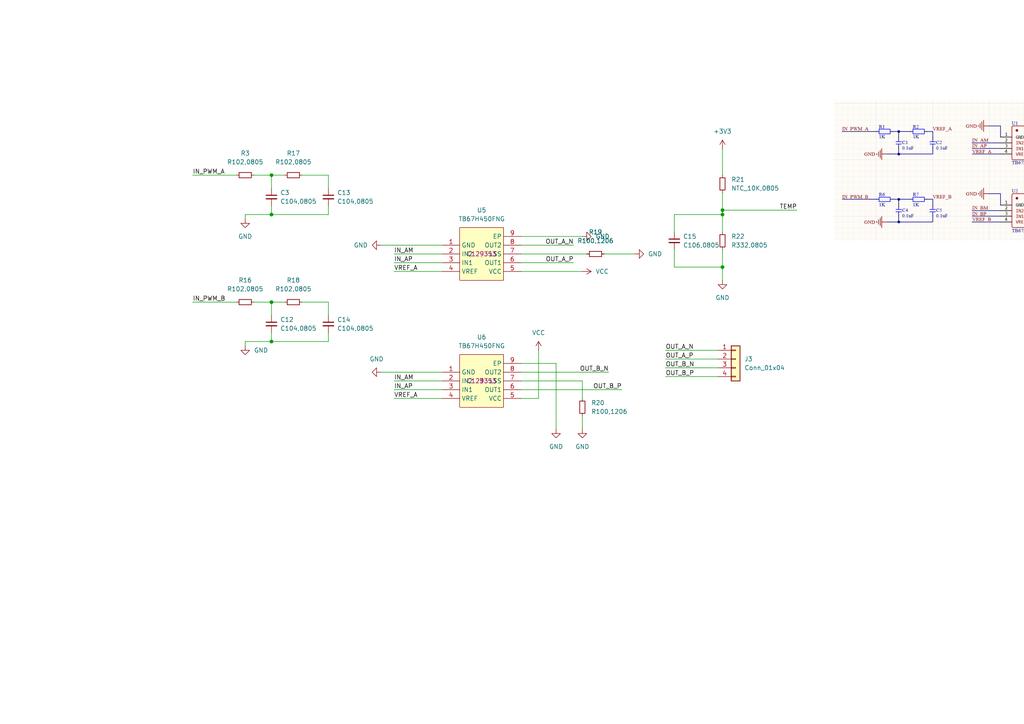
<source format=kicad_sch>
(kicad_sch (version 20211123) (generator eeschema)
  (paper "A4")
  (lib_symbols
    (symbol "Connector_Generic:Conn_01x04" (pin_names (offset 1.016) hide)
      (property "Reference" "J" (at 0 5.08 0))
      (property "Value" "Conn_01x04" (at 0 -7.62 0))
      (symbol "Conn_01x04_1_1"
        (rectangle (start -1.27 -4.953) (end 0 -5.207) (stroke (width 0.1524)))
        (rectangle (start -1.27 -2.413) (end 0 -2.667) (stroke (width 0.1524)))
        (rectangle (start -1.27 0.127) (end 0 -0.127) (stroke (width 0.1524)))
        (rectangle (start -1.27 2.667) (end 0 2.413) (stroke (width 0.1524)))
        (rectangle (start -1.27 3.81) (end 1.27 -6.35) (stroke (width 0.254)) (fill (type background)))
        (pin passive line (at -5.08 2.54 0) (length 3.81) (name "Pin_1") (number "1"))
        (pin passive line (at -5.08 0 0) (length 3.81) (name "Pin_2") (number "2"))
        (pin passive line (at -5.08 -2.54 0) (length 3.81) (name "Pin_3") (number "3"))
        (pin passive line (at -5.08 -5.08 0) (length 3.81) (name "Pin_4") (number "4"))
      )
    )
    (symbol "TB67H450FNG_1"
      (property "Reference" "U" (at 0 -8.89 0))
      (property "Value" "TB67H450FNG_1" (at 0 -11.43 0))
      (property "LCSC Part" "C129353" (at 0 0 0))
      (symbol "TB67H450FNG_1_0_0"
        (rectangle (start -6.35 7.62) (end 6.35 -7.62) (fill (type background)))
      )
      (symbol "TB67H450FNG_1_1_1"
        (pin input line (at -11.43 2.54 0) (length 5.08) (name "GND") (number "1"))
        (pin input line (at -11.43 0 0) (length 5.08) (name "IN2") (number "2"))
        (pin input line (at -11.43 -2.54 0) (length 5.08) (name "IN1") (number "3"))
        (pin input line (at -11.43 -5.08 0) (length 5.08) (name "VREF") (number "4"))
        (pin input line (at 11.43 -5.08 180) (length 5.08) (name "VCC") (number "5"))
        (pin input line (at 11.43 -2.54 180) (length 5.08) (name "OUT1") (number "6"))
        (pin input line (at 11.43 0 180) (length 5.08) (name "LSS") (number "7"))
        (pin input line (at 11.43 2.54 180) (length 5.08) (name "OUT2") (number "8"))
        (pin input line (at 11.43 5.08 180) (length 5.08) (name "EP") (number "9"))
      )
    )
    (symbol "power:+3V3" (power) (pin_names (offset 0))
      (property "Value" "+3V3" (at 0 3.556 0))
      (symbol "+3V3_0_1"
        (polyline (pts (xy -0.762 1.27) (xy 0 2.54)))
        (polyline (pts (xy 0 0) (xy 0 2.54)))
        (polyline (pts (xy 0 2.54) (xy 0.762 1.27)))
      )
      (symbol "+3V3_1_1"
        (pin power_in line (at 0 0 90) (length 0) hide (name "+3V3") (number "1"))
      )
    )
    (symbol "power:GND" (power) (pin_names (offset 0))
      (property "Value" "GND" (at 0 -3.81 0))
      (symbol "GND_0_1"
        (polyline (pts (xy 0 0) (xy 0 -1.27) (xy 1.27 -1.27) (xy 0 -2.54) (xy -1.27 -1.27) (xy 0 -1.27)))
      )
      (symbol "GND_1_1"
        (pin power_in line (at 0 0 270) (length 0) hide (name "GND") (number "1"))
      )
    )
    (symbol "power:VCC" (power) (pin_names (offset 0))
      (property "Value" "VCC" (at 0 3.81 0))
      (symbol "VCC_0_1"
        (polyline (pts (xy -0.762 1.27) (xy 0 2.54)))
        (polyline (pts (xy 0 0) (xy 0 2.54)))
        (polyline (pts (xy 0 2.54) (xy 0.762 1.27)))
      )
      (symbol "VCC_1_1"
        (pin power_in line (at 0 0 90) (length 0) hide (name "VCC") (number "1"))
      )
    )
    (symbol "taobao-c:C104,0805" (pin_numbers hide) (pin_names (offset 0.254) hide)
      (property "Reference" "C" (at 0.254 1.778 0))
      (property "Value" "C104,0805" (at 0.254 -2.032 0))
      (symbol "C104,0805_0_1"
        (polyline (pts (xy -1.524 -0.508) (xy 1.524 -0.508)) (stroke (width 0.3302)))
        (polyline (pts (xy -1.524 0.508) (xy 1.524 0.508)) (stroke (width 0.3048)))
      )
      (symbol "C104,0805_1_1"
        (pin passive line (at 0 2.54 270) (length 2.032) (name "~") (number "1"))
        (pin passive line (at 0 -2.54 90) (length 2.032) (name "~") (number "2"))
      )
    )
    (symbol "taobao-c:C106,0805" (pin_numbers hide) (pin_names (offset 0.254) hide)
      (property "Reference" "C" (at 0.254 1.778 0))
      (property "Value" "C106,0805" (at 0.254 -2.032 0))
      (symbol "C106,0805_0_1"
        (polyline (pts (xy -1.524 -0.508) (xy 1.524 -0.508)) (stroke (width 0.3302)))
        (polyline (pts (xy -1.524 0.508) (xy 1.524 0.508)) (stroke (width 0.3048)))
      )
      (symbol "C106,0805_1_1"
        (pin passive line (at 0 2.54 270) (length 2.032) (name "~") (number "1"))
        (pin passive line (at 0 -2.54 90) (length 2.032) (name "~") (number "2"))
      )
    )
    (symbol "taobao-components:TB67H450FNG"
      (property "Reference" "U" (at 0 -8.89 0))
      (property "Value" "TB67H450FNG" (at 0 -11.43 0))
      (property "LCSC Part" "C129353" (at 0 0 0))
      (symbol "TB67H450FNG_0_0"
        (rectangle (start -6.35 7.62) (end 6.35 -7.62) (fill (type background)))
      )
      (symbol "TB67H450FNG_1_1"
        (pin input line (at -11.43 2.54 0) (length 5.08) (name "GND") (number "1"))
        (pin input line (at -11.43 0 0) (length 5.08) (name "IN2") (number "2"))
        (pin input line (at -11.43 -2.54 0) (length 5.08) (name "IN1") (number "3"))
        (pin input line (at -11.43 -5.08 0) (length 5.08) (name "VREF") (number "4"))
        (pin input line (at 11.43 -5.08 180) (length 5.08) (name "VCC") (number "5"))
        (pin input line (at 11.43 -2.54 180) (length 5.08) (name "OUT1") (number "6"))
        (pin input line (at 11.43 0 180) (length 5.08) (name "LSS") (number "7"))
        (pin input line (at 11.43 2.54 180) (length 5.08) (name "OUT2") (number "8"))
        (pin input line (at 11.43 5.08 180) (length 5.08) (name "EP") (number "9"))
      )
    )
    (symbol "taobao-r:NTC_10K,0805" (pin_numbers hide) (pin_names (offset 0.254) hide)
      (property "Reference" "R" (at 0.762 0.508 0))
      (property "Value" "NTC_10K,0805" (at 0.762 -1.016 0))
      (symbol "NTC_10K,0805_0_1"
        (rectangle (start -0.762 1.778) (end 0.762 -1.778) (stroke (width 0.2032)))
      )
      (symbol "NTC_10K,0805_1_1"
        (pin passive line (at 0 2.54 270) (length 0.762) (name "~") (number "1"))
        (pin passive line (at 0 -2.54 90) (length 0.762) (name "~") (number "2"))
      )
    )
    (symbol "taobao-r:R100,1206" (pin_numbers hide) (pin_names (offset 0.254) hide)
      (property "Reference" "R" (at 0.762 0.508 0))
      (property "Value" "R100,1206" (at 0.762 -1.016 0))
      (symbol "R100,1206_0_1"
        (rectangle (start -0.762 1.778) (end 0.762 -1.778) (stroke (width 0.2032)))
      )
      (symbol "R100,1206_1_1"
        (pin passive line (at 0 2.54 270) (length 0.762) (name "~") (number "1"))
        (pin passive line (at 0 -2.54 90) (length 0.762) (name "~") (number "2"))
      )
    )
    (symbol "taobao-r:R102,0805" (pin_numbers hide) (pin_names (offset 0.254) hide)
      (property "Reference" "R" (at 0.762 0.508 0))
      (property "Value" "R102,0805" (at 0.762 -1.016 0))
      (symbol "R102,0805_0_1"
        (rectangle (start -0.762 1.778) (end 0.762 -1.778) (stroke (width 0.2032)))
      )
      (symbol "R102,0805_1_1"
        (pin passive line (at 0 2.54 270) (length 0.762) (name "~") (number "1"))
        (pin passive line (at 0 -2.54 90) (length 0.762) (name "~") (number "2"))
      )
    )
    (symbol "taobao-r:R332,0805" (pin_numbers hide) (pin_names (offset 0.254) hide)
      (property "Reference" "R" (at 0.762 0.508 0))
      (property "Value" "R332,0805" (at 0.762 -1.016 0))
      (symbol "R332,0805_0_1"
        (rectangle (start -0.762 1.778) (end 0.762 -1.778) (stroke (width 0.2032)))
      )
      (symbol "R332,0805_1_1"
        (pin passive line (at 0 2.54 270) (length 0.762) (name "~") (number "1"))
        (pin passive line (at 0 -2.54 90) (length 0.762) (name "~") (number "2"))
      )
    )
  )
  (junction (at 209.55 77.47))
  (junction (at 209.55 62.23))
  (junction (at 78.74 50.8))
  (junction (at 78.74 62.23))
  (junction (at 209.55 60.96))
  (junction (at 78.74 99.06))
  (junction (at 78.74 87.63))
  (wire (pts (xy 78.74 99.06) (xy 95.25 99.06)))
  (wire (pts (xy 151.13 76.2) (xy 166.37 76.2)))
  (wire (pts (xy 151.13 110.49) (xy 168.91 110.49)))
  (wire (pts (xy 209.55 77.47) (xy 195.58 77.47)))
  (wire (pts (xy 71.12 62.23) (xy 78.74 62.23)))
  (wire (pts (xy 175.26 73.66) (xy 184.15 73.66)))
  (wire (pts (xy 78.74 87.63) (xy 78.74 91.44)))
  (wire (pts (xy 78.74 50.8) (xy 78.74 54.61)))
  (wire (pts (xy 151.13 73.66) (xy 170.18 73.66)))
  (wire (pts (xy 95.25 87.63) (xy 95.25 91.44)))
  (wire (pts (xy 95.25 50.8) (xy 95.25 54.61)))
  (wire (pts (xy 114.3 113.03) (xy 128.27 113.03)))
  (wire (pts (xy 195.58 77.47) (xy 195.58 72.39)))
  (wire (pts (xy 209.55 72.39) (xy 209.55 77.47)))
  (wire (pts (xy 209.55 43.18) (xy 209.55 50.8)))
  (wire (pts (xy 209.55 60.96) (xy 209.55 62.23)))
  (wire (pts (xy 151.13 113.03) (xy 180.34 113.03)))
  (wire (pts (xy 87.63 87.63) (xy 95.25 87.63)))
  (wire (pts (xy 73.66 50.8) (xy 78.74 50.8)))
  (wire (pts (xy 193.04 104.14) (xy 208.28 104.14)))
  (wire (pts (xy 168.91 115.57) (xy 168.91 110.49)))
  (wire (pts (xy 114.3 110.49) (xy 128.27 110.49)))
  (wire (pts (xy 114.3 115.57) (xy 128.27 115.57)))
  (wire (pts (xy 209.55 77.47) (xy 209.55 81.28)))
  (wire (pts (xy 71.12 100.33) (xy 71.12 99.06)))
  (wire (pts (xy 95.25 99.06) (xy 95.25 96.52)))
  (wire (pts (xy 71.12 63.5) (xy 71.12 62.23)))
  (wire (pts (xy 193.04 109.22) (xy 208.28 109.22)))
  (wire (pts (xy 209.55 55.88) (xy 209.55 60.96)))
  (wire (pts (xy 78.74 96.52) (xy 78.74 99.06)))
  (wire (pts (xy 114.3 73.66) (xy 128.27 73.66)))
  (wire (pts (xy 55.88 87.63) (xy 68.58 87.63)))
  (wire (pts (xy 87.63 50.8) (xy 95.25 50.8)))
  (wire (pts (xy 55.88 50.8) (xy 68.58 50.8)))
  (wire (pts (xy 78.74 87.63) (xy 82.55 87.63)))
  (wire (pts (xy 78.74 59.69) (xy 78.74 62.23)))
  (wire (pts (xy 71.12 99.06) (xy 78.74 99.06)))
  (wire (pts (xy 151.13 71.12) (xy 166.37 71.12)))
  (wire (pts (xy 161.29 124.46) (xy 161.29 105.41)))
  (wire (pts (xy 110.49 107.95) (xy 128.27 107.95)))
  (wire (pts (xy 114.3 78.74) (xy 128.27 78.74)))
  (wire (pts (xy 156.21 101.6) (xy 156.21 115.57)))
  (wire (pts (xy 168.91 120.65) (xy 168.91 124.46)))
  (wire (pts (xy 168.91 68.58) (xy 151.13 68.58)))
  (wire (pts (xy 110.49 71.12) (xy 128.27 71.12)))
  (wire (pts (xy 114.3 76.2) (xy 128.27 76.2)))
  (wire (pts (xy 151.13 78.74) (xy 168.91 78.74)))
  (wire (pts (xy 195.58 62.23) (xy 209.55 62.23)))
  (wire (pts (xy 195.58 67.31) (xy 195.58 62.23)))
  (wire (pts (xy 193.04 101.6) (xy 208.28 101.6)))
  (wire (pts (xy 156.21 115.57) (xy 151.13 115.57)))
  (wire (pts (xy 73.66 87.63) (xy 78.74 87.63)))
  (wire (pts (xy 151.13 107.95) (xy 176.53 107.95)))
  (wire (pts (xy 78.74 50.8) (xy 82.55 50.8)))
  (wire (pts (xy 151.13 105.41) (xy 161.29 105.41)))
  (wire (pts (xy 231.14 60.96) (xy 209.55 60.96)))
  (wire (pts (xy 209.55 62.23) (xy 209.55 67.31)))
  (wire (pts (xy 78.74 62.23) (xy 95.25 62.23)))
  (wire (pts (xy 193.04 106.68) (xy 208.28 106.68)))
  (wire (pts (xy 95.25 62.23) (xy 95.25 59.69)))
  (image (at 294.64 49.53))
  (label "OUT_A_N" (at 166.37 71.12 180))
  (label "IN_AM" (at 114.3 110.49 0))
  (label "VREF_A" (at 114.3 115.57 0))
  (label "OUT_B_P" (at 193.04 109.22 0))
  (label "IN_AP" (at 114.3 113.03 0))
  (label "TEMP" (at 231.14 60.96 180))
  (label "OUT_B_P" (at 180.34 113.03 180))
  (label "OUT_A_P" (at 166.37 76.2 180))
  (label "IN_AP" (at 114.3 76.2 0))
  (label "VREF_A" (at 114.3 78.74 0))
  (label "OUT_B_N" (at 176.53 107.95 180))
  (label "OUT_A_N" (at 193.04 101.6 0))
  (label "IN_AM" (at 114.3 73.66 0))
  (label "OUT_A_P" (at 193.04 104.14 0))
  (label "IN_PWM_B" (at 55.88 87.63 0))
  (label "OUT_B_N" (at 193.04 106.68 0))
  (label "IN_PWM_A" (at 55.88 50.8 0))
  (symbol (lib_id "taobao-r:R100,1206") (at 168.91 118.11 180) (unit 1)
    (property "Reference" "R20" (at 171.45 116.8399 0) (effects (justify right)))
    (property "Value" "R100,1206" (at 171.45 119.3799 0) (effects (justify right)))
    (property "Footprint" "Resistor_SMD:R_1206_3216Metric" (effects hide))
  )
  (symbol (lib_id "taobao-r:R102,0805") (at 71.12 87.63 90) (unit 1)
    (property "Reference" "R16" (at 71.12 81.28 90))
    (property "Value" "R102,0805" (at 71.12 83.82 90))
    (property "Footprint" "Resistor_SMD:R_0805_2012Metric" (effects hide))
  )
  (symbol (lib_id "power:GND") (at 161.29 124.46 0) (unit 1)
    (property "Reference" "#PWR0134" (effects hide))
    (property "Value" "GND" (at 161.29 129.54 0))
  )
  (symbol (lib_id "taobao-r:R332,0805") (at 209.55 69.85 0) (unit 1)
    (property "Reference" "R22" (at 212.09 68.5799 0) (effects (justify left)))
    (property "Value" "R332,0805" (at 212.09 71.1199 0) (effects (justify left)))
    (property "Footprint" "Resistor_SMD:R_0805_2012Metric" (effects hide))
  )
  (symbol (lib_id "power:GND") (at 184.15 73.66 90) (unit 1)
    (property "Reference" "#PWR0137" (effects hide))
    (property "Value" "GND" (at 187.96 73.6599 90) (effects (justify right)))
  )
  (symbol (lib_id "power:+3V3") (at 209.55 43.18 0) (unit 1)
    (property "Reference" "#PWR0139" (effects hide))
    (property "Value" "+3V3" (at 209.55 38.1 0))
  )
  (symbol (lib_id "Connector_Generic:Conn_01x04") (at 213.36 104.14 0) (unit 1)
    (property "Reference" "J3" (at 215.9 104.1399 0) (effects (justify left)))
    (property "Value" "Conn_01x04" (at 215.9 106.6799 0) (effects (justify left)))
    (property "Footprint" "Connector_PinHeader_2.54mm:PinHeader_1x04_P2.54mm_Vertical" (effects hide))
  )
  (symbol (lib_id "power:GND") (at 110.49 107.95 270) (unit 1)
    (property "Reference" "#PWR0129" (effects hide))
    (property "Value" "GND" (at 109.22 104.14 90))
  )
  (symbol (lib_id "power:GND") (at 209.55 81.28 0) (unit 1)
    (property "Reference" "#PWR0138" (effects hide))
    (property "Value" "GND" (at 209.55 86.36 0))
  )
  (symbol (lib_id "power:GND") (at 110.49 71.12 270) (unit 1)
    (property "Reference" "#PWR0128" (effects hide))
    (property "Value" "GND" (at 106.68 71.1199 90) (effects (justify right)))
  )
  (symbol (lib_id "power:GND") (at 168.91 68.58 90) (unit 1)
    (property "Reference" "#PWR0133" (effects hide))
    (property "Value" "GND" (at 172.72 68.5801 90) (effects (justify right)))
  )
  (symbol (lib_id "power:GND") (at 168.91 124.46 0) (unit 1)
    (property "Reference" "#PWR0135" (effects hide))
    (property "Value" "GND" (at 168.91 129.54 0))
  )
  (symbol (lib_id "power:VCC") (at 156.21 101.6 0) (unit 1)
    (property "Reference" "#PWR0136" (effects hide))
    (property "Value" "VCC" (at 156.21 96.52 0))
  )
  (symbol (lib_id "taobao-components:TB67H450FNG") (at 139.7 110.49 0) (unit 1)
    (property "Reference" "U6" (at 139.7 97.79 0))
    (property "Value" "TB67H450FNG" (at 139.7 100.33 0))
    (property "Footprint" "Package_SO:SOIC-8-1EP_3.9x4.9mm_P1.27mm_EP2.29x3mm" (effects hide))
    (property "Datasheet" "Package_SO:SOP-8_3.9x4.9mm_P1.27mm" (effects hide))
    (property "PRICE" "3" (at 139.7 110.49 0))
    (property "TAOBAO" "https://item.taobao.com/item.htm?spm=a230r.1.14.68.5d9f7a9buKNpPG&id=611742699273&ns=1&abbucket=19#detail" (effects hide))
    (property "LCSC Part" "C129353" (at 139.7 110.49 0))
  )
  (symbol (lib_id "taobao-c:C104,0805") (at 95.25 57.15 0) (unit 1)
    (property "Reference" "C13" (at 97.79 55.8862 0) (effects (justify left)))
    (property "Value" "C104,0805" (at 97.79 58.4262 0) (effects (justify left)))
    (property "Footprint" "Capacitor_SMD:C_0805_2012Metric" (effects hide))
  )
  (symbol (lib_name "TB67H450FNG_1") (lib_id "taobao-components:TB67H450FNG") (at 139.7 73.66 0) (unit 1)
    (property "Reference" "U5" (at 139.7 60.96 0))
    (property "Value" "TB67H450FNG" (at 139.7 63.5 0))
    (property "Footprint" "Package_SO:SOIC-8-1EP_3.9x4.9mm_P1.27mm_EP2.29x3mm" (effects hide))
    (property "PRICE" "3" (effects hide))
    (property "TAOBAO" "https://item.taobao.com/item.htm?spm=a230r.1.14.68.5d9f7a9buKNpPG&id=611742699273&ns=1&abbucket=19#detail" (effects hide))
    (property "LCSC Part" "C129353" (at 139.7 73.66 0))
  )
  (symbol (lib_id "taobao-r:R102,0805") (at 85.09 50.8 90) (unit 1)
    (property "Reference" "R17" (at 85.09 44.45 90))
    (property "Value" "R102,0805" (at 85.09 46.99 90))
    (property "Footprint" "Resistor_SMD:R_0805_2012Metric" (effects hide))
  )
  (symbol (lib_id "power:GND") (at 71.12 100.33 0) (unit 1)
    (property "Reference" "#PWR0130" (effects hide))
    (property "Value" "GND" (at 73.66 101.5999 0) (effects (justify left)))
  )
  (symbol (lib_id "taobao-r:NTC_10K,0805") (at 209.55 53.34 0) (unit 1)
    (property "Reference" "R21" (at 212.09 52.0699 0) (effects (justify left)))
    (property "Value" "NTC_10K,0805" (at 212.09 54.6099 0) (effects (justify left)))
    (property "Footprint" "Resistor_SMD:R_0805_2012Metric" (effects hide))
  )
  (symbol (lib_id "taobao-c:C104,0805") (at 95.25 93.98 0) (unit 1)
    (property "Reference" "C14" (at 97.79 92.7162 0) (effects (justify left)))
    (property "Value" "C104,0805" (at 97.79 95.2562 0) (effects (justify left)))
    (property "Footprint" "Capacitor_SMD:C_0805_2012Metric" (effects hide))
  )
  (symbol (lib_id "taobao-r:R102,0805") (at 71.12 50.8 90) (unit 1)
    (property "Reference" "R3" (at 71.12 44.45 90))
    (property "Value" "R102,0805" (at 71.12 46.99 90))
    (property "Footprint" "Resistor_SMD:R_0805_2012Metric" (effects hide))
  )
  (symbol (lib_id "power:GND") (at 71.12 63.5 0) (unit 1)
    (property "Reference" "#PWR0131" (effects hide))
    (property "Value" "GND" (at 71.12 68.58 0))
  )
  (symbol (lib_id "power:VCC") (at 168.91 78.74 270) (unit 1)
    (property "Reference" "#PWR0132" (effects hide))
    (property "Value" "VCC" (at 172.72 78.7399 90) (effects (justify left)))
  )
  (symbol (lib_id "taobao-r:R102,0805") (at 85.09 87.63 90) (unit 1)
    (property "Reference" "R18" (at 85.09 81.28 90))
    (property "Value" "R102,0805" (at 85.09 83.82 90))
    (property "Footprint" "Resistor_SMD:R_0805_2012Metric" (effects hide))
  )
  (symbol (lib_id "taobao-c:C104,0805") (at 78.74 93.98 0) (unit 1)
    (property "Reference" "C12" (at 81.28 92.7162 0) (effects (justify left)))
    (property "Value" "C104,0805" (at 81.28 95.2562 0) (effects (justify left)))
    (property "Footprint" "Capacitor_SMD:C_0805_2012Metric" (effects hide))
  )
  (symbol (lib_id "taobao-c:C106,0805") (at 195.58 69.85 0) (unit 1)
    (property "Reference" "C15" (at 198.12 68.5862 0) (effects (justify left)))
    (property "Value" "C106,0805" (at 198.12 71.1262 0) (effects (justify left)))
    (property "Footprint" "Capacitor_SMD:C_0805_2012Metric" (effects hide))
  )
  (symbol (lib_id "taobao-r:R100,1206") (at 172.72 73.66 90) (unit 1)
    (property "Reference" "R19" (at 172.72 67.31 90))
    (property "Value" "R100,1206" (at 172.72 69.85 90))
    (property "Footprint" "Resistor_SMD:R_1206_3216Metric" (effects hide))
  )
  (symbol (lib_id "taobao-c:C104,0805") (at 78.74 57.15 0) (unit 1)
    (property "Reference" "C3" (at 81.28 55.8862 0) (effects (justify left)))
    (property "Value" "C104,0805" (at 81.28 58.4262 0) (effects (justify left)))
    (property "Footprint" "Capacitor_SMD:C_0805_2012Metric" (effects hide))
  )
)
</source>
